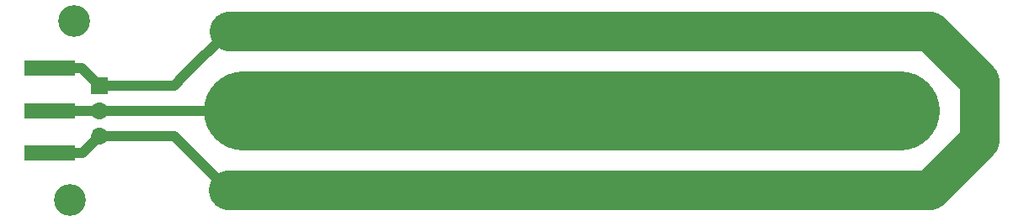
<source format=gbr>
G04 #@! TF.GenerationSoftware,KiCad,Pcbnew,(5.1.4)-1*
G04 #@! TF.CreationDate,2020-05-21T10:54:05+02:00*
G04 #@! TF.ProjectId,MSense_Coupon,4d53656e-7365-45f4-936f-75706f6e2e6b,rev?*
G04 #@! TF.SameCoordinates,Original*
G04 #@! TF.FileFunction,Copper,L1,Top*
G04 #@! TF.FilePolarity,Positive*
%FSLAX46Y46*%
G04 Gerber Fmt 4.6, Leading zero omitted, Abs format (unit mm)*
G04 Created by KiCad (PCBNEW (5.1.4)-1) date 2020-05-21 10:54:05*
%MOMM*%
%LPD*%
G04 APERTURE LIST*
%ADD10R,5.080000X1.500000*%
%ADD11C,3.200000*%
%ADD12R,1.700000X1.700000*%
%ADD13O,1.700000X1.700000*%
%ADD14C,8.000000*%
%ADD15C,1.000000*%
%ADD16C,0.250000*%
%ADD17C,4.000000*%
G04 APERTURE END LIST*
D10*
X95500000Y-90000000D03*
X95500000Y-94250000D03*
X95500000Y-85750000D03*
D11*
X97500000Y-99000000D03*
X98000000Y-81000000D03*
D12*
X100500000Y-87500000D03*
D13*
X100500000Y-90040000D03*
X100500000Y-92580000D03*
D14*
X140000000Y-90000000D02*
X115000000Y-90000000D01*
X181000000Y-90000000D02*
X140000000Y-90000000D01*
D15*
X103174990Y-90000000D02*
X95500000Y-90000000D01*
X115000000Y-90000000D02*
X103174990Y-90000000D01*
X98830000Y-94250000D02*
X100500000Y-92580000D01*
X95500000Y-94250000D02*
X98830000Y-94250000D01*
X99000000Y-86000000D02*
X100500000Y-87500000D01*
X95500000Y-85750000D02*
X98750000Y-85750000D01*
X98750000Y-85750000D02*
X99000000Y-86000000D01*
X108000000Y-92580000D02*
X113460000Y-98040000D01*
X109000000Y-86500000D02*
X113500000Y-82000000D01*
D16*
X113500000Y-82000000D02*
X113500000Y-82000000D01*
D17*
X113500000Y-82000000D02*
X181500000Y-82000000D01*
X181500000Y-82000000D02*
X181500000Y-82000000D01*
X113460000Y-98040000D02*
X177960000Y-98040000D01*
X177960000Y-98040000D02*
X181460000Y-98040000D01*
X181460000Y-98040000D02*
X181460000Y-98040000D01*
X181460000Y-98040000D02*
X183960000Y-98040000D01*
X183960000Y-98040000D02*
X189000000Y-93000000D01*
X189000000Y-93000000D02*
X189000000Y-93000000D01*
X181500000Y-82000000D02*
X184000000Y-82000000D01*
X184000000Y-82000000D02*
X189000000Y-87000000D01*
X189000000Y-87000000D02*
X189000000Y-93000000D01*
D15*
X100500000Y-92580000D02*
X108000000Y-92580000D01*
X100500000Y-87500000D02*
X108000000Y-87500000D01*
X108000000Y-87500000D02*
X109000000Y-86500000D01*
M02*

</source>
